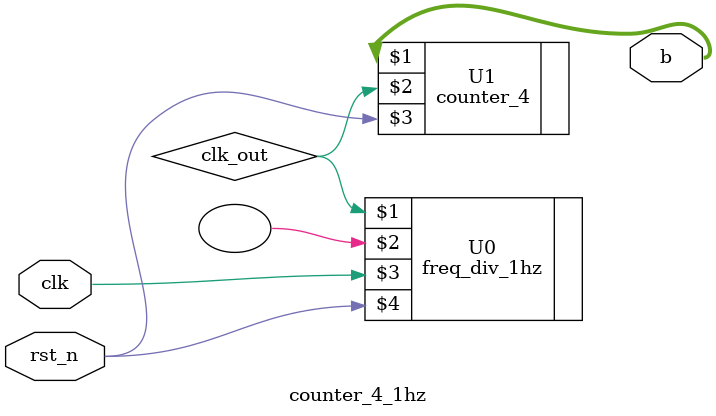
<source format=v>
`timescale 1ns / 1ps


module counter_4_1hz(
    output [3:0] b,
    input clk,
    input rst_n
    );
    
    wire clk_out;
    
    freq_div_1hz U0 (clk_out, , clk, rst_n);
    counter_4 U1 (b, clk_out, rst_n);
    
endmodule

</source>
